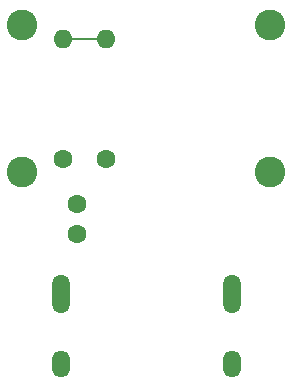
<source format=gbr>
%TF.GenerationSoftware,KiCad,Pcbnew,8.0.5*%
%TF.CreationDate,2024-12-17T10:43:13+01:00*%
%TF.ProjectId,ffc2hdmi,66666332-6864-46d6-992e-6b696361645f,rev?*%
%TF.SameCoordinates,Original*%
%TF.FileFunction,Copper,L2,Bot*%
%TF.FilePolarity,Positive*%
%FSLAX46Y46*%
G04 Gerber Fmt 4.6, Leading zero omitted, Abs format (unit mm)*
G04 Created by KiCad (PCBNEW 8.0.5) date 2024-12-17 10:43:13*
%MOMM*%
%LPD*%
G01*
G04 APERTURE LIST*
%TA.AperFunction,WasherPad*%
%ADD10C,2.600000*%
%TD*%
%TA.AperFunction,ComponentPad*%
%ADD11C,1.600000*%
%TD*%
%TA.AperFunction,ComponentPad*%
%ADD12O,1.600000X1.600000*%
%TD*%
%TA.AperFunction,ComponentPad*%
%ADD13O,1.500000X3.300000*%
%TD*%
%TA.AperFunction,ComponentPad*%
%ADD14O,1.500000X2.300000*%
%TD*%
%TA.AperFunction,Conductor*%
%ADD15C,0.200000*%
%TD*%
G04 APERTURE END LIST*
D10*
%TO.P,@HOLE1,*%
%TO.N,*%
X138101100Y-91753600D03*
%TD*%
D11*
%TO.P,R2,1,1*%
%TO.N,/SDA0*%
X141525000Y-103135000D03*
D12*
%TO.P,R2,2,2*%
%TO.N,+3V3*%
X141525000Y-92975000D03*
%TD*%
D11*
%TO.P,C2,1,1*%
%TO.N,+3V3*%
X142725000Y-109475000D03*
%TO.P,C2,2,2*%
%TO.N,GND*%
X142725000Y-106975000D03*
%TD*%
D13*
%TO.P,HDMI,P$20*%
%TO.N,N/C*%
X141350000Y-114560000D03*
D14*
%TO.P,HDMI,P$21*%
X141350000Y-120510000D03*
%TO.P,HDMI,P$22*%
X155850000Y-120510000D03*
D13*
%TO.P,HDMI,P$23*%
X155850000Y-114560000D03*
%TD*%
D10*
%TO.P,@HOLE0,*%
%TO.N,*%
X159101100Y-91753600D03*
%TD*%
%TO.P,@HOLE2,*%
%TO.N,*%
X138100000Y-104254000D03*
%TD*%
D11*
%TO.P,R1,1,1*%
%TO.N,/SCL0*%
X145200000Y-103135000D03*
D12*
%TO.P,R1,2,2*%
%TO.N,+3V3*%
X145200000Y-92975000D03*
%TD*%
D10*
%TO.P,@HOLE3,*%
%TO.N,*%
X159100000Y-104254000D03*
%TD*%
D15*
%TO.N,+3V3*%
X145200000Y-92975000D02*
X141525000Y-92975000D01*
%TD*%
M02*

</source>
